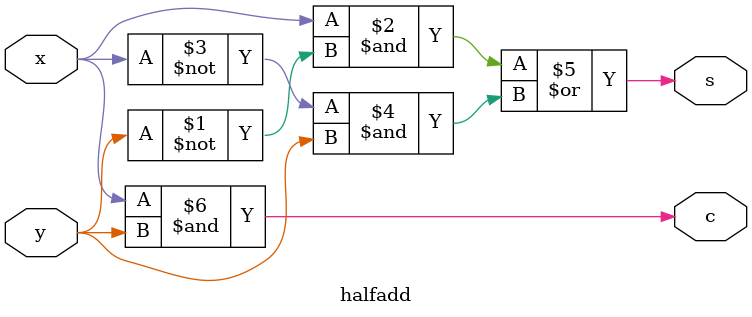
<source format=v>
`timescale 1ns / 1ps


module halfadd(
    input x,y,
    output s,c
    );
    
    assign s=(x&~y)|(~x&y);
    assign c=x&y;
endmodule

</source>
